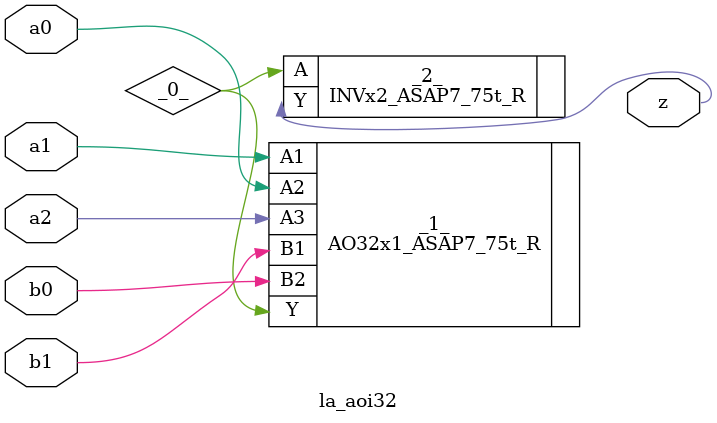
<source format=v>

/* Generated by Yosys 0.44 (git sha1 80ba43d26, g++ 11.4.0-1ubuntu1~22.04 -fPIC -O3) */

(* top =  1  *)
(* src = "inputs/la_aoi32.v:10.1-23.10" *)
module la_aoi32 (
    a0,
    a1,
    a2,
    b0,
    b1,
    z
);
  wire _0_;
  (* src = "inputs/la_aoi32.v:13.12-13.14" *)
  input a0;
  wire a0;
  (* src = "inputs/la_aoi32.v:14.12-14.14" *)
  input a1;
  wire a1;
  (* src = "inputs/la_aoi32.v:15.12-15.14" *)
  input a2;
  wire a2;
  (* src = "inputs/la_aoi32.v:16.12-16.14" *)
  input b0;
  wire b0;
  (* src = "inputs/la_aoi32.v:17.12-17.14" *)
  input b1;
  wire b1;
  (* src = "inputs/la_aoi32.v:18.12-18.13" *)
  output z;
  wire z;
  AO32x1_ASAP7_75t_R _1_ (
      .A1(a1),
      .A2(a0),
      .A3(a2),
      .B1(b1),
      .B2(b0),
      .Y (_0_)
  );
  INVx2_ASAP7_75t_R _2_ (
      .A(_0_),
      .Y(z)
  );
endmodule

</source>
